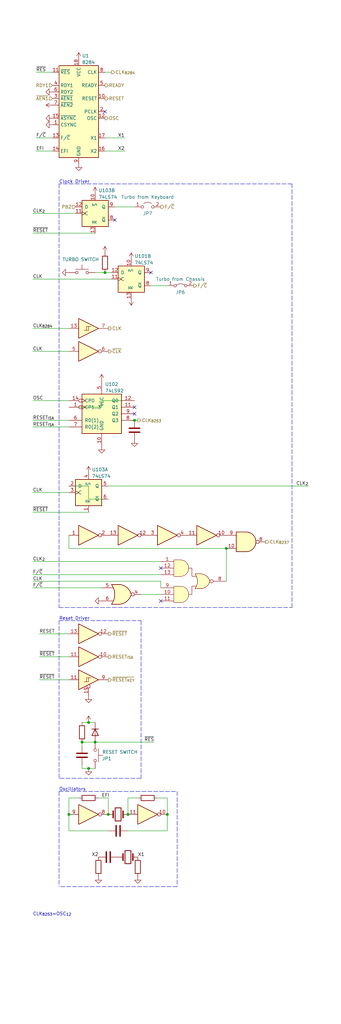
<source format=kicad_sch>
(kicad_sch (version 20211123) (generator eeschema)
  (paper "User" 132.004 396.011)
  (title_block (title "8284 Clock Generator"))
  (lib_symbols
    (symbol "74xx:74LS00" (pin_names (offset 1.016))
      (property "Reference" "U" (at 0 1.27 0))
      (property "Value" "74LS00" (at 0 -1.27 0))
      (symbol "74LS00_1_1"
        (arc (start 0 -3.81) (mid 3.81 0) (end 0 3.81) (stroke (width 0.254)) (fill (type background)))
        (polyline (pts (xy 0 3.81) (xy -3.81 3.81) (xy -3.81 -3.81) (xy 0 -3.81)) (stroke (width 0.254)) (fill (type background)))
        (pin input line (at -7.62 2.54 0) (length 3.81) (name "~") (number "1"))
        (pin input line (at -7.62 -2.54 0) (length 3.81) (name "~") (number "2"))
        (pin output inverted (at 7.62 0 180) (length 3.81) (name "~") (number "3"))
      )
      (symbol "74LS00_1_2"
        (arc (start -3.81 -3.81) (mid -2.589 0) (end -3.81 3.81) (stroke (width 0.254)))
        (arc (start -0.6096 -3.81) (mid 2.1842 -2.5851) (end 3.81 0) (stroke (width 0.254)) (fill (type background)))
        (polyline (pts (xy -3.81 -3.81) (xy -0.635 -3.81)) (stroke (width 0.254)) (fill (type background)))
        (polyline (pts (xy -3.81 3.81) (xy -0.635 3.81)) (stroke (width 0.254)) (fill (type background)))
        (polyline (pts (xy -0.635 3.81) (xy -3.81 3.81) (xy -3.81 3.81) (xy -3.556 3.4036) (xy -3.0226 2.2606) (xy -2.6924 1.0414) (xy -2.6162 -0.254) (xy -2.7686 -1.4986) (xy -3.175 -2.7178) (xy -3.81 -3.81) (xy -3.81 -3.81) (xy -0.635 -3.81)) (stroke (width -25.4)) (fill (type background)))
        (arc (start 3.81 0) (mid 2.1915 2.5936) (end -0.6096 3.81) (stroke (width 0.254)) (fill (type background)))
        (pin input inverted (at -7.62 2.54 0) (length 4.318) (name "~") (number "1"))
        (pin input inverted (at -7.62 -2.54 0) (length 4.318) (name "~") (number "2"))
        (pin output line (at 7.62 0 180) (length 3.81) (name "~") (number "3"))
      )
      (symbol "74LS00_2_1"
        (arc (start 0 -3.81) (mid 3.81 0) (end 0 3.81) (stroke (width 0.254)) (fill (type background)))
        (polyline (pts (xy 0 3.81) (xy -3.81 3.81) (xy -3.81 -3.81) (xy 0 -3.81)) (stroke (width 0.254)) (fill (type background)))
        (pin input line (at -7.62 2.54 0) (length 3.81) (name "~") (number "4"))
        (pin input line (at -7.62 -2.54 0) (length 3.81) (name "~") (number "5"))
        (pin output inverted (at 7.62 0 180) (length 3.81) (name "~") (number "6"))
      )
      (symbol "74LS00_2_2"
        (arc (start -3.81 -3.81) (mid -2.589 0) (end -3.81 3.81) (stroke (width 0.254)))
        (arc (start -0.6096 -3.81) (mid 2.1842 -2.5851) (end 3.81 0) (stroke (width 0.254)) (fill (type background)))
        (polyline (pts (xy -3.81 -3.81) (xy -0.635 -3.81)) (stroke (width 0.254)) (fill (type background)))
        (polyline (pts (xy -3.81 3.81) (xy -0.635 3.81)) (stroke (width 0.254)) (fill (type background)))
        (polyline (pts (xy -0.635 3.81) (xy -3.81 3.81) (xy -3.81 3.81) (xy -3.556 3.4036) (xy -3.0226 2.2606) (xy -2.6924 1.0414) (xy -2.6162 -0.254) (xy -2.7686 -1.4986) (xy -3.175 -2.7178) (xy -3.81 -3.81) (xy -3.81 -3.81) (xy -0.635 -3.81)) (stroke (width -25.4)) (fill (type background)))
        (arc (start 3.81 0) (mid 2.1915 2.5936) (end -0.6096 3.81) (stroke (width 0.254)) (fill (type background)))
        (pin input inverted (at -7.62 2.54 0) (length 4.318) (name "~") (number "4"))
        (pin input inverted (at -7.62 -2.54 0) (length 4.318) (name "~") (number "5"))
        (pin output line (at 7.62 0 180) (length 3.81) (name "~") (number "6"))
      )
      (symbol "74LS00_3_1"
        (arc (start 0 -3.81) (mid 3.81 0) (end 0 3.81) (stroke (width 0.254)) (fill (type background)))
        (polyline (pts (xy 0 3.81) (xy -3.81 3.81) (xy -3.81 -3.81) (xy 0 -3.81)) (stroke (width 0.254)) (fill (type background)))
        (pin input line (at -7.62 -2.54 0) (length 3.81) (name "~") (number "10"))
        (pin output inverted (at 7.62 0 180) (length 3.81) (name "~") (number "8"))
        (pin input line (at -7.62 2.54 0) (length 3.81) (name "~") (number "9"))
      )
      (symbol "74LS00_3_2"
        (arc (start -3.81 -3.81) (mid -2.589 0) (end -3.81 3.81) (stroke (width 0.254)))
        (arc (start -0.6096 -3.81) (mid 2.1842 -2.5851) (end 3.81 0) (stroke (width 0.254)) (fill (type background)))
        (polyline (pts (xy -3.81 -3.81) (xy -0.635 -3.81)) (stroke (width 0.254)) (fill (type background)))
        (polyline (pts (xy -3.81 3.81) (xy -0.635 3.81)) (stroke (width 0.254)) (fill (type background)))
        (polyline (pts (xy -0.635 3.81) (xy -3.81 3.81) (xy -3.81 3.81) (xy -3.556 3.4036) (xy -3.0226 2.2606) (xy -2.6924 1.0414) (xy -2.6162 -0.254) (xy -2.7686 -1.4986) (xy -3.175 -2.7178) (xy -3.81 -3.81) (xy -3.81 -3.81) (xy -0.635 -3.81)) (stroke (width -25.4)) (fill (type background)))
        (arc (start 3.81 0) (mid 2.1915 2.5936) (end -0.6096 3.81) (stroke (width 0.254)) (fill (type background)))
        (pin input inverted (at -7.62 -2.54 0) (length 4.318) (name "~") (number "10"))
        (pin output line (at 7.62 0 180) (length 3.81) (name "~") (number "8"))
        (pin input inverted (at -7.62 2.54 0) (length 4.318) (name "~") (number "9"))
      )
      (symbol "74LS00_4_1"
        (arc (start 0 -3.81) (mid 3.81 0) (end 0 3.81) (stroke (width 0.254)) (fill (type background)))
        (polyline (pts (xy 0 3.81) (xy -3.81 3.81) (xy -3.81 -3.81) (xy 0 -3.81)) (stroke (width 0.254)) (fill (type background)))
        (pin output inverted (at 7.62 0 180) (length 3.81) (name "~") (number "11"))
        (pin input line (at -7.62 2.54 0) (length 3.81) (name "~") (number "12"))
        (pin input line (at -7.62 -2.54 0) (length 3.81) (name "~") (number "13"))
      )
      (symbol "74LS00_4_2"
        (arc (start -3.81 -3.81) (mid -2.589 0) (end -3.81 3.81) (stroke (width 0.254)))
        (arc (start -0.6096 -3.81) (mid 2.1842 -2.5851) (end 3.81 0) (stroke (width 0.254)) (fill (type background)))
        (polyline (pts (xy -3.81 -3.81) (xy -0.635 -3.81)) (stroke (width 0.254)) (fill (type background)))
        (polyline (pts (xy -3.81 3.81) (xy -0.635 3.81)) (stroke (width 0.254)) (fill (type background)))
        (polyline (pts (xy -0.635 3.81) (xy -3.81 3.81) (xy -3.81 3.81) (xy -3.556 3.4036) (xy -3.0226 2.2606) (xy -2.6924 1.0414) (xy -2.6162 -0.254) (xy -2.7686 -1.4986) (xy -3.175 -2.7178) (xy -3.81 -3.81) (xy -3.81 -3.81) (xy -0.635 -3.81)) (stroke (width -25.4)) (fill (type background)))
        (arc (start 3.81 0) (mid 2.1915 2.5936) (end -0.6096 3.81) (stroke (width 0.254)) (fill (type background)))
        (pin output line (at 7.62 0 180) (length 3.81) (name "~") (number "11"))
        (pin input inverted (at -7.62 2.54 0) (length 4.318) (name "~") (number "12"))
        (pin input inverted (at -7.62 -2.54 0) (length 4.318) (name "~") (number "13"))
      )
      (symbol "74LS00_5_0"
        (pin power_in line (at 0 12.7 270) (length 5.08) (name "VCC") (number "14"))
        (pin power_in line (at 0 -12.7 90) (length 5.08) (name "GND") (number "7"))
      )
      (symbol "74LS00_5_1"
        (rectangle (start -5.08 7.62) (end 5.08 -7.62) (stroke (width 0.254)) (fill (type background)))
      )
    )
    (symbol "74xx:74LS02" (pin_names (offset 1.016))
      (property "Reference" "U" (at 0 1.27 0))
      (property "Value" "74LS02" (at 0 -1.27 0))
      (symbol "74LS02_1_1"
        (arc (start -3.81 -3.81) (mid -2.589 0) (end -3.81 3.81) (stroke (width 0.254)))
        (arc (start -0.6096 -3.81) (mid 2.1842 -2.5851) (end 3.81 0) (stroke (width 0.254)) (fill (type background)))
        (polyline (pts (xy -3.81 -3.81) (xy -0.635 -3.81)) (stroke (width 0.254)) (fill (type background)))
        (polyline (pts (xy -3.81 3.81) (xy -0.635 3.81)) (stroke (width 0.254)) (fill (type background)))
        (polyline (pts (xy -0.635 3.81) (xy -3.81 3.81) (xy -3.81 3.81) (xy -3.556 3.4036) (xy -3.0226 2.2606) (xy -2.6924 1.0414) (xy -2.6162 -0.254) (xy -2.7686 -1.4986) (xy -3.175 -2.7178) (xy -3.81 -3.81) (xy -3.81 -3.81) (xy -0.635 -3.81)) (stroke (width -25.4)) (fill (type background)))
        (arc (start 3.81 0) (mid 2.1915 2.5936) (end -0.6096 3.81) (stroke (width 0.254)) (fill (type background)))
        (pin output inverted (at 7.62 0 180) (length 3.81) (name "~") (number "1"))
        (pin input line (at -7.62 2.54 0) (length 4.318) (name "~") (number "2"))
        (pin input line (at -7.62 -2.54 0) (length 4.318) (name "~") (number "3"))
      )
      (symbol "74LS02_1_2"
        (arc (start 0 -3.81) (mid 3.81 0) (end 0 3.81) (stroke (width 0.254)) (fill (type background)))
        (polyline (pts (xy 0 3.81) (xy -3.81 3.81) (xy -3.81 -3.81) (xy 0 -3.81)) (stroke (width 0.254)) (fill (type background)))
        (pin output line (at 7.62 0 180) (length 3.81) (name "~") (number "1"))
        (pin input inverted (at -7.62 2.54 0) (length 3.81) (name "~") (number "2"))
        (pin input inverted (at -7.62 -2.54 0) (length 3.81) (name "~") (number "3"))
      )
      (symbol "74LS02_2_1"
        (arc (start -3.81 -3.81) (mid -2.589 0) (end -3.81 3.81) (stroke (width 0.254)))
        (arc (start -0.6096 -3.81) (mid 2.1842 -2.5851) (end 3.81 0) (stroke (width 0.254)) (fill (type background)))
        (polyline (pts (xy -3.81 -3.81) (xy -0.635 -3.81)) (stroke (width 0.254)) (fill (type background)))
        (polyline (pts (xy -3.81 3.81) (xy -0.635 3.81)) (stroke (width 0.254)) (fill (type background)))
        (polyline (pts (xy -0.635 3.81) (xy -3.81 3.81) (xy -3.81 3.81) (xy -3.556 3.4036) (xy -3.0226 2.2606) (xy -2.6924 1.0414) (xy -2.6162 -0.254) (xy -2.7686 -1.4986) (xy -3.175 -2.7178) (xy -3.81 -3.81) (xy -3.81 -3.81) (xy -0.635 -3.81)) (stroke (width -25.4)) (fill (type background)))
        (arc (start 3.81 0) (mid 2.1915 2.5936) (end -0.6096 3.81) (stroke (width 0.254)) (fill (type background)))
        (pin output inverted (at 7.62 0 180) (length 3.81) (name "~") (number "4"))
        (pin input line (at -7.62 2.54 0) (length 4.318) (name "~") (number "5"))
        (pin input line (at -7.62 -2.54 0) (length 4.318) (name "~") (number "6"))
      )
      (symbol "74LS02_2_2"
        (arc (start 0 -3.81) (mid 3.81 0) (end 0 3.81) (stroke (width 0.254)) (fill (type background)))
        (polyline (pts (xy 0 3.81) (xy -3.81 3.81) (xy -3.81 -3.81) (xy 0 -3.81)) (stroke (width 0.254)) (fill (type background)))
        (pin output line (at 7.62 0 180) (length 3.81) (name "~") (number "4"))
        (pin input inverted (at -7.62 2.54 0) (length 3.81) (name "~") (number "5"))
        (pin input inverted (at -7.62 -2.54 0) (length 3.81) (name "~") (number "6"))
      )
      (symbol "74LS02_3_1"
        (arc (start -3.81 -3.81) (mid -2.589 0) (end -3.81 3.81) (stroke (width 0.254)))
        (arc (start -0.6096 -3.81) (mid 2.1842 -2.5851) (end 3.81 0) (stroke (width 0.254)) (fill (type background)))
        (polyline (pts (xy -3.81 -3.81) (xy -0.635 -3.81)) (stroke (width 0.254)) (fill (type background)))
        (polyline (pts (xy -3.81 3.81) (xy -0.635 3.81)) (stroke (width 0.254)) (fill (type background)))
        (polyline (pts (xy -0.635 3.81) (xy -3.81 3.81) (xy -3.81 3.81) (xy -3.556 3.4036) (xy -3.0226 2.2606) (xy -2.6924 1.0414) (xy -2.6162 -0.254) (xy -2.7686 -1.4986) (xy -3.175 -2.7178) (xy -3.81 -3.81) (xy -3.81 -3.81) (xy -0.635 -3.81)) (stroke (width -25.4)) (fill (type background)))
        (arc (start 3.81 0) (mid 2.1915 2.5936) (end -0.6096 3.81) (stroke (width 0.254)) (fill (type background)))
        (pin output inverted (at 7.62 0 180) (length 3.81) (name "~") (number "10"))
        (pin input line (at -7.62 2.54 0) (length 4.318) (name "~") (number "8"))
        (pin input line (at -7.62 -2.54 0) (length 4.318) (name "~") (number "9"))
      )
      (symbol "74LS02_3_2"
        (arc (start 0 -3.81) (mid 3.81 0) (end 0 3.81) (stroke (width 0.254)) (fill (type background)))
        (polyline (pts (xy 0 3.81) (xy -3.81 3.81) (xy -3.81 -3.81) (xy 0 -3.81)) (stroke (width 0.254)) (fill (type background)))
        (pin output line (at 7.62 0 180) (length 3.81) (name "~") (number "10"))
        (pin input inverted (at -7.62 2.54 0) (length 3.81) (name "~") (number "8"))
        (pin input inverted (at -7.62 -2.54 0) (length 3.81) (name "~") (number "9"))
      )
      (symbol "74LS02_4_1"
        (arc (start -3.81 -3.81) (mid -2.589 0) (end -3.81 3.81) (stroke (width 0.254)))
        (arc (start -0.6096 -3.81) (mid 2.1842 -2.5851) (end 3.81 0) (stroke (width 0.254)) (fill (type background)))
        (polyline (pts (xy -3.81 -3.81) (xy -0.635 -3.81)) (stroke (width 0.254)) (fill (type background)))
        (polyline (pts (xy -3.81 3.81) (xy -0.635 3.81)) (stroke (width 0.254)) (fill (type background)))
        (polyline (pts (xy -0.635 3.81) (xy -3.81 3.81) (xy -3.81 3.81) (xy -3.556 3.4036) (xy -3.0226 2.2606) (xy -2.6924 1.0414) (xy -2.6162 -0.254) (xy -2.7686 -1.4986) (xy -3.175 -2.7178) (xy -3.81 -3.81) (xy -3.81 -3.81) (xy -0.635 -3.81)) (stroke (width -25.4)) (fill (type background)))
        (arc (start 3.81 0) (mid 2.1915 2.5936) (end -0.6096 3.81) (stroke (width 0.254)) (fill (type background)))
        (pin input line (at -7.62 2.54 0) (length 4.318) (name "~") (number "11"))
        (pin input line (at -7.62 -2.54 0) (length 4.318) (name "~") (number "12"))
        (pin output inverted (at 7.62 0 180) (length 3.81) (name "~") (number "13"))
      )
      (symbol "74LS02_4_2"
        (arc (start 0 -3.81) (mid 3.81 0) (end 0 3.81) (stroke (width 0.254)) (fill (type background)))
        (polyline (pts (xy 0 3.81) (xy -3.81 3.81) (xy -3.81 -3.81) (xy 0 -3.81)) (stroke (width 0.254)) (fill (type background)))
        (pin input inverted (at -7.62 2.54 0) (length 3.81) (name "~") (number "11"))
        (pin input inverted (at -7.62 -2.54 0) (length 3.81) (name "~") (number "12"))
        (pin output line (at 7.62 0 180) (length 3.81) (name "~") (number "13"))
      )
      (symbol "74LS02_5_0"
        (pin power_in line (at 0 12.7 270) (length 5.08) (name "VCC") (number "14"))
        (pin power_in line (at 0 -12.7 90) (length 5.08) (name "GND") (number "7"))
      )
      (symbol "74LS02_5_1"
        (rectangle (start -5.08 7.62) (end 5.08 -7.62) (stroke (width 0.254)) (fill (type background)))
      )
    )
    (symbol "74xx:74LS04"
      (property "Reference" "U" (at 0 1.27 0))
      (property "Value" "74LS04" (at 0 -1.27 0))
      (symbol "74LS04_1_0"
        (polyline (pts (xy -3.81 3.81) (xy -3.81 -3.81) (xy 3.81 0) (xy -3.81 3.81)) (stroke (width 0.254)) (fill (type background)))
        (pin input line (at -7.62 0 0) (length 3.81) (name "~") (number "1"))
        (pin output inverted (at 7.62 0 180) (length 3.81) (name "~") (number "2"))
      )
      (symbol "74LS04_2_0"
        (polyline (pts (xy -3.81 3.81) (xy -3.81 -3.81) (xy 3.81 0) (xy -3.81 3.81)) (stroke (width 0.254)) (fill (type background)))
        (pin input line (at -7.62 0 0) (length 3.81) (name "~") (number "3"))
        (pin output inverted (at 7.62 0 180) (length 3.81) (name "~") (number "4"))
      )
      (symbol "74LS04_3_0"
        (polyline (pts (xy -3.81 3.81) (xy -3.81 -3.81) (xy 3.81 0) (xy -3.81 3.81)) (stroke (width 0.254)) (fill (type background)))
        (pin input line (at -7.62 0 0) (length 3.81) (name "~") (number "5"))
        (pin output inverted (at 7.62 0 180) (length 3.81) (name "~") (number "6"))
      )
      (symbol "74LS04_4_0"
        (polyline (pts (xy -3.81 3.81) (xy -3.81 -3.81) (xy 3.81 0) (xy -3.81 3.81)) (stroke (width 0.254)) (fill (type background)))
        (pin output inverted (at 7.62 0 180) (length 3.81) (name "~") (number "8"))
        (pin input line (at -7.62 0 0) (length 3.81) (name "~") (number "9"))
      )
      (symbol "74LS04_5_0"
        (polyline (pts (xy -3.81 3.81) (xy -3.81 -3.81) (xy 3.81 0) (xy -3.81 3.81)) (stroke (width 0.254)) (fill (type background)))
        (pin output inverted (at 7.62 0 180) (length 3.81) (name "~") (number "10"))
        (pin input line (at -7.62 0 0) (length 3.81) (name "~") (number "11"))
      )
      (symbol "74LS04_6_0"
        (polyline (pts (xy -3.81 3.81) (xy -3.81 -3.81) (xy 3.81 0) (xy -3.81 3.81)) (stroke (width 0.254)) (fill (type background)))
        (pin output inverted (at 7.62 0 180) (length 3.81) (name "~") (number "12"))
        (pin input line (at -7.62 0 0) (length 3.81) (name "~") (number "13"))
      )
      (symbol "74LS04_7_0"
        (pin power_in line (at 0 12.7 270) (length 5.08) (name "VCC") (number "14"))
        (pin power_in line (at 0 -12.7 90) (length 5.08) (name "GND") (number "7"))
      )
      (symbol "74LS04_7_1"
        (rectangle (start -5.08 7.62) (end 5.08 -7.62) (stroke (width 0.254)) (fill (type background)))
      )
    )
    (symbol "74xx:74LS244_Split"
      (property "Reference" "U" (at 0 1.27 0))
      (property "Value" "74LS244_Split" (at 0 -1.27 0))
      (symbol "74LS244_Split_1_0"
        (polyline (pts (xy -3.81 3.81) (xy -3.81 -3.81) (xy 3.81 0) (xy -3.81 3.81)) (stroke (width 0.254)) (fill (type background)))
        (pin input inverted (at 0 -6.35 90) (length 4.445) (name "~") (number "1"))
        (pin tri_state line (at 7.62 0 180) (length 3.81) (name "~") (number "18"))
        (pin input line (at -7.62 0 0) (length 3.81) (name "~") (number "2"))
      )
      (symbol "74LS244_Split_1_1"
        (polyline (pts (xy 0 0.762) (xy 0 -0.762) (xy -1.778 -0.762)))
        (polyline (pts (xy 1.016 0.762) (xy -0.762 0.762) (xy -0.762 -0.762)))
      )
      (symbol "74LS244_Split_2_0"
        (polyline (pts (xy -3.81 3.81) (xy -3.81 -3.81) (xy 3.81 0) (xy -3.81 3.81)) (stroke (width 0.254)) (fill (type background)))
        (pin tri_state line (at 7.62 0 180) (length 3.81) (name "~") (number "16"))
        (pin input line (at -7.62 0 0) (length 3.81) (name "~") (number "4"))
      )
      (symbol "74LS244_Split_2_1"
        (polyline (pts (xy 0 0.762) (xy 0 -0.762) (xy -1.778 -0.762)))
        (polyline (pts (xy 1.016 0.762) (xy -0.762 0.762) (xy -0.762 -0.762)))
      )
      (symbol "74LS244_Split_3_0"
        (polyline (pts (xy -3.81 3.81) (xy -3.81 -3.81) (xy 3.81 0) (xy -3.81 3.81)) (stroke (width 0.254)) (fill (type background)))
        (pin tri_state line (at 7.62 0 180) (length 3.81) (name "~") (number "14"))
        (pin input line (at -7.62 0 0) (length 3.81) (name "~") (number "6"))
      )
      (symbol "74LS244_Split_3_1"
        (polyline (pts (xy 0 0.762) (xy 0 -0.762) (xy -1.778 -0.762)))
        (polyline (pts (xy 1.016 0.762) (xy -0.762 0.762) (xy -0.762 -0.762)))
      )
      (symbol "74LS244_Split_4_0"
        (polyline (pts (xy -3.81 3.81) (xy -3.81 -3.81) (xy 3.81 0) (xy -3.81 3.81)) (stroke (width 0.254)) (fill (type background)))
        (pin tri_state line (at 7.62 0 180) (length 3.81) (name "~") (number "12"))
        (pin input line (at -7.62 0 0) (length 3.81) (name "~") (number "8"))
      )
      (symbol "74LS244_Split_4_1"
        (polyline (pts (xy 0 0.762) (xy 0 -0.762) (xy -1.778 -0.762)))
        (polyline (pts (xy 1.016 0.762) (xy -0.762 0.762) (xy -0.762 -0.762)))
      )
      (symbol "74LS244_Split_5_0"
        (polyline (pts (xy -3.81 3.81) (xy -3.81 -3.81) (xy 3.81 0) (xy -3.81 3.81)) (stroke (width 0.254)) (fill (type background)))
        (pin input line (at -7.62 0 0) (length 3.81) (name "~") (number "11"))
        (pin input inverted (at 0 -6.35 90) (length 4.445) (name "~") (number "19"))
        (pin tri_state line (at 7.62 0 180) (length 3.81) (name "~") (number "9"))
      )
      (symbol "74LS244_Split_5_1"
        (polyline (pts (xy 0 0.762) (xy 0 -0.762) (xy -1.778 -0.762)))
        (polyline (pts (xy 1.016 0.762) (xy -0.762 0.762) (xy -0.762 -0.762)))
      )
      (symbol "74LS244_Split_6_0"
        (polyline (pts (xy -3.81 3.81) (xy -3.81 -3.81) (xy 3.81 0) (xy -3.81 3.81)) (stroke (width 0.254)) (fill (type background)))
        (pin input line (at -7.62 0 0) (length 3.81) (name "~") (number "13"))
        (pin tri_state line (at 7.62 0 180) (length 3.81) (name "~") (number "7"))
      )
      (symbol "74LS244_Split_6_1"
        (polyline (pts (xy 0 0.762) (xy 0 -0.762) (xy -1.778 -0.762)))
        (polyline (pts (xy 1.016 0.762) (xy -0.762 0.762) (xy -0.762 -0.762)))
      )
      (symbol "74LS244_Split_7_0"
        (polyline (pts (xy -3.81 3.81) (xy -3.81 -3.81) (xy 3.81 0) (xy -3.81 3.81)) (stroke (width 0.254)) (fill (type background)))
        (pin input line (at -7.62 0 0) (length 3.81) (name "~") (number "15"))
        (pin tri_state line (at 7.62 0 180) (length 3.81) (name "~") (number "5"))
      )
      (symbol "74LS244_Split_7_1"
        (polyline (pts (xy 0 0.762) (xy 0 -0.762) (xy -1.778 -0.762)))
        (polyline (pts (xy 1.016 0.762) (xy -0.762 0.762) (xy -0.762 -0.762)))
      )
      (symbol "74LS244_Split_8_0"
        (polyline (pts (xy -3.81 3.81) (xy -3.81 -3.81) (xy 3.81 0) (xy -3.81 3.81)) (stroke (width 0.254)) (fill (type background)))
        (pin input line (at -7.62 0 0) (length 3.81) (name "~") (number "17"))
        (pin tri_state line (at 7.62 0 180) (length 3.81) (name "~") (number "3"))
      )
      (symbol "74LS244_Split_8_1"
        (polyline (pts (xy 0 0.762) (xy 0 -0.762) (xy -1.778 -0.762)))
        (polyline (pts (xy 1.016 0.762) (xy -0.762 0.762) (xy -0.762 -0.762)))
      )
      (symbol "74LS244_Split_9_0"
        (pin power_in line (at 0 -12.7 90) (length 5.08) (name "GND") (number "10"))
        (pin power_in line (at 0 12.7 270) (length 5.08) (name "VCC") (number "20"))
      )
      (symbol "74LS244_Split_9_1"
        (rectangle (start -5.08 7.62) (end 5.08 -7.62) (stroke (width 0.254)) (fill (type background)))
      )
    )
    (symbol "74xx:74LS51" (pin_names (offset 1.016))
      (property "Reference" "U" (at -7.62 10.16 0))
      (property "Value" "74LS51" (at -7.62 -10.16 0))
      (symbol "74LS51_1_0"
        (arc (start -5.08 -8.255) (mid -1.905 -5.08) (end -5.08 -1.905) (fill (type background)))
        (arc (start -5.08 1.905) (mid -1.905 5.08) (end -5.08 8.255) (fill (type background)))
        (polyline (pts (xy -5.08 -1.905) (xy -7.62 -1.905) (xy -7.62 -8.255) (xy -5.08 -8.255)) (fill (type background)))
        (polyline (pts (xy -5.08 1.905) (xy -7.62 1.905) (xy -7.62 8.255) (xy -5.08 8.255)) (fill (type background)))
        (polyline (pts (xy -1.905 -5.08) (xy -0.635 -5.08) (xy -0.635 -1.905) (xy 1.016 -1.905)))
        (polyline (pts (xy -1.905 5.08) (xy -0.635 5.08) (xy -0.635 1.905) (xy 1.016 1.905)))
        (polyline (pts (xy 2.9718 2.8702) (xy 0.5842 2.8702) (xy 0.5842 2.8448) (xy 0.635 2.7432) (xy 0.7112 2.6416) (xy 0.762 2.54) (xy 0.8382 2.4384) (xy 0.889 2.3114) (xy 0.9652 2.2098) (xy 1.016 2.0828) (xy 1.0668 1.9812) (xy 1.1176 1.8542) (xy 1.1684 1.7526) (xy 1.2192 1.6256) (xy 1.2446 1.4986) (xy 1.2954 1.3716) (xy 1.3208 1.27) (xy 1.3462 1.143) (xy 1.3716 1.016) (xy 1.397 0.889) (xy 1.4224 0.762) (xy 1.4478 0.635) (xy 1.4478 0.508) (xy 1.4732 0.381) (xy 1.4732 0.254) (xy 1.4732 0.127) (xy 1.4732 0) (xy 1.4732 -0.127) (xy 1.4732 -0.254) (xy 1.4732 -0.381) (xy 1.4732 -0.508) (xy 1.4478 -0.635) (xy 1.4224 -0.762) (xy 1.397 -0.889) (xy 1.397 -1.016) (xy 1.3462 -1.143) (xy 1.3208 -1.2446) (xy 1.2954 -1.3716) (xy 1.2446 -1.4986) (xy 1.2192 -1.6256) (xy 1.1684 -1.7272) (xy 1.1176 -1.8542) (xy 1.0668 -1.9812) (xy 1.016 -2.0828) (xy 0.9652 -2.2098) (xy 0.9144 -2.3114) (xy 0.8636 -2.4384) (xy 0.7874 -2.54) (xy 0.7112 -2.6416) (xy 0.6604 -2.7432) (xy 0.5842 -2.8448) (xy 0.5842 -2.8448) (xy 2.9718 -2.8448)) (stroke (width 0.1778)) (fill (type background)))
        (arc (start 2.9718 -2.8448) (mid 5.0811 -1.9407) (end 6.2992 0) (stroke (width 0.1778)) (fill (type background)))
        (arc (start 6.2992 0) (mid 5.0781 1.9435) (end 2.9718 2.8702) (stroke (width 0.1778)) (fill (type background)))
        (circle (center 6.985 0) (radius 0.635))
        (pin input line (at -12.7 7.62 0) (length 5.08) (name "~") (number "1"))
        (pin input line (at -12.7 -5.08 0) (length 5.08) (name "~") (number "10"))
        (pin input line (at -12.7 -7.62 0) (length 5.08) (name "~") (number "11"))
        (pin input line (at -12.7 5.08 0) (length 5.08) (name "~") (number "12"))
        (pin input line (at -12.7 2.54 0) (length 5.08) (name "~") (number "13"))
        (pin output line (at 12.7 0 180) (length 5.08) (name "~") (number "8"))
        (pin input line (at -12.7 -2.54 0) (length 5.08) (name "~") (number "9"))
      )
      (symbol "74LS51_2_0"
        (arc (start -5.08 -8.255) (mid -1.905 -5.08) (end -5.08 -1.905) (fill (type background)))
        (arc (start -5.08 1.905) (mid -1.905 5.08) (end -5.08 8.255) (fill (type background)))
        (polyline (pts (xy -5.08 -1.905) (xy -7.62 -1.905) (xy -7.62 -8.255) (xy -5.08 -8.255)) (fill (type background)))
        (polyline (pts (xy -5.08 1.905) (xy -7.62 1.905) (xy -7.62 8.255) (xy -5.08 8.255)) (fill (type background)))
        (polyline (pts (xy -1.905 -5.08) (xy -0.635 -5.08) (xy -0.635 -1.905) (xy 1.016 -1.905)))
        (polyline (pts (xy -1.905 5.08) (xy -0.635 5.08) (xy -0.635 1.905) (xy 1.016 1.905)))
        (polyline (pts (xy 2.9718 2.8702) (xy 0.5842 2.8702) (xy 0.5842 2.8448) (xy 0.635 2.7432) (xy 0.7112 2.6416) (xy 0.762 2.54) (xy 0.8382 2.4384) (xy 0.889 2.3114) (xy 0.9652 2.2098) (xy 1.016 2.0828) (xy 1.0668 1.9812) (xy 1.1176 1.8542) (xy 1.1684 1.7526) (xy 1.2192 1.6256) (xy 1.2446 1.4986) (xy 1.2954 1.3716) (xy 1.3208 1.27) (xy 1.3462 1.143) (xy 1.3716 1.016) (xy 1.397 0.889) (xy 1.4224 0.762) (xy 1.4478 0.635) (xy 1.4478 0.508) (xy 1.4732 0.381) (xy 1.4732 0.254) (xy 1.4732 0.127) (xy 1.4732 0) (xy 1.4732 -0.127) (xy 1.4732 -0.254) (xy 1.4732 -0.381) (xy 1.4732 -0.508) (xy 1.4478 -0.635) (xy 1.4224 -0.762) (xy 1.397 -0.889) (xy 1.397 -1.016) (xy 1.3462 -1.143) (xy 1.3208 -1.2446) (xy 1.2954 -1.3716) (xy 1.2446 -1.4986) (xy 1.2192 -1.6256) (xy 1.1684 -1.7272) (xy 1.1176 -1.8542) (xy 1.0668 -1.9812) (xy 1.016 -2.0828) (xy 0.9652 -2.2098) (xy 0.9144 -2.3114) (xy 0.8636 -2.4384) (xy 0.7874 -2.54) (xy 0.7112 -2.6416) (xy 0.6604 -2.7432) (xy 0.5842 -2.8448) (xy 0.5842 -2.8448) (xy 2.9718 -2.8448)) (stroke (width 0.1778)) (fill (type background)))
        (arc (start 2.9718 -2.8448) (mid 5.0811 -1.9407) (end 6.2992 0) (stroke (width 0.1778)) (fill (type background)))
        (arc (start 6.2992 0) (mid 5.0781 1.9435) (end 2.9718 2.8702) (stroke (width 0.1778)) (fill (type background)))
        (circle (center 6.985 0) (radius 0.635))
        (pin input line (at -12.7 7.62 0) (length 5.08) (name "~") (number "2"))
        (pin input line (at -12.7 2.54 0) (length 5.08) (name "~") (number "3"))
        (pin input line (at -12.7 -2.54 0) (length 5.08) (name "~") (number "4"))
        (pin input line (at -12.7 -7.62 0) (length 5.08) (name "~") (number "5"))
        (pin output line (at 12.7 0 180) (length 5.08) (name "~") (number "6"))
      )
      (symbol "74LS51_3_0"
        (pin power_in line (at 0 12.7 270) (length 5.08) (name "VCC") (number "14"))
        (pin power_in line (at 0 -12.7 90) (length 5.08) (name "GND") (number "7"))
      )
      (symbol "74LS51_3_1"
        (rectangle (start -5.08 7.62) (end 5.08 -7.62) (stroke (width 0.254)) (fill (type background)))
      )
    )
    (symbol "74xx:74LS74" (pin_names (offset 1.016))
      (property "Reference" "U" (at -7.62 8.89 0))
      (property "Value" "74LS74" (at -7.62 -8.89 0))
      (symbol "74LS74_1_0"
        (pin input line (at 0 -7.62 90) (length 2.54) (name "~{R}") (number "1"))
        (pin input line (at -7.62 2.54 0) (length 2.54) (name "D") (number "2"))
        (pin input clock (at -7.62 0 0) (length 2.54) (name "C") (number "3"))
        (pin input line (at 0 7.62 270) (length 2.54) (name "~{S}") (number "4"))
        (pin output line (at 7.62 2.54 180) (length 2.54) (name "Q") (number "5"))
        (pin output line (at 7.62 -2.54 180) (length 2.54) (name "~{Q}") (number "6"))
      )
      (symbol "74LS74_1_1"
        (rectangle (start -5.08 5.08) (end 5.08 -5.08) (stroke (width 0.254)) (fill (type background)))
      )
      (symbol "74LS74_2_0"
        (pin input line (at 0 7.62 270) (length 2.54) (name "~{S}") (number "10"))
        (pin input clock (at -7.62 0 0) (length 2.54) (name "C") (number "11"))
        (pin input line (at -7.62 2.54 0) (length 2.54) (name "D") (number "12"))
        (pin input line (at 0 -7.62 90) (length 2.54) (name "~{R}") (number "13"))
        (pin output line (at 7.62 -2.54 180) (length 2.54) (name "~{Q}") (number "8"))
        (pin output line (at 7.62 2.54 180) (length 2.54) (name "Q") (number "9"))
      )
      (symbol "74LS74_2_1"
        (rectangle (start -5.08 5.08) (end 5.08 -5.08) (stroke (width 0.254)) (fill (type background)))
      )
      (symbol "74LS74_3_0"
        (pin power_in line (at 0 10.16 270) (length 2.54) (name "VCC") (number "14"))
        (pin power_in line (at 0 -10.16 90) (length 2.54) (name "GND") (number "7"))
      )
      (symbol "74LS74_3_1"
        (rectangle (start -5.08 7.62) (end 5.08 -7.62) (stroke (width 0.254)) (fill (type background)))
      )
    )
    (symbol "74xx:74LS92" (pin_names (offset 1.016))
      (property "Reference" "U" (at -7.62 8.89 0))
      (property "Value" "74LS92" (at -7.62 -8.89 0))
      (symbol "74LS92_1_0"
        (pin input inverted_clock (at -12.7 2.54 0) (length 5.08) (name "CP1..3") (number "1"))
        (pin power_in line (at 0 -12.7 90) (length 5.08) (name "GND") (number "10"))
        (pin output line (at 12.7 2.54 180) (length 5.08) (name "Q1") (number "11"))
        (pin output line (at 12.7 5.08 180) (length 5.08) (name "Q0") (number "12"))
        (pin input inverted_clock (at -12.7 5.08 0) (length 5.08) (name "CP0") (number "14"))
        (pin power_in line (at 0 12.7 270) (length 5.08) (name "VCC") (number "5"))
        (pin input line (at -12.7 -2.54 0) (length 5.08) (name "R0(1)") (number "6"))
        (pin input line (at -12.7 -5.08 0) (length 5.08) (name "R0(2)") (number "7"))
        (pin output line (at 12.7 -2.54 180) (length 5.08) (name "Q3") (number "8"))
        (pin output line (at 12.7 0 180) (length 5.08) (name "Q2") (number "9"))
      )
      (symbol "74LS92_1_1"
        (rectangle (start -7.62 7.62) (end 7.62 -7.62) (stroke (width 0.254)) (fill (type background)))
      )
    )
    (symbol "Device:C" (pin_numbers hide) (pin_names (offset 0.254))
      (property "Reference" "C" (at 0.635 2.54 0))
      (property "Value" "C" (at 0.635 -2.54 0))
      (symbol "C_0_1"
        (polyline (pts (xy -2.032 -0.762) (xy 2.032 -0.762)) (stroke (width 0.508)))
        (polyline (pts (xy -2.032 0.762) (xy 2.032 0.762)) (stroke (width 0.508)))
      )
      (symbol "C_1_1"
        (pin passive line (at 0 3.81 270) (length 2.794) (name "~") (number "1"))
        (pin passive line (at 0 -3.81 90) (length 2.794) (name "~") (number "2"))
      )
    )
    (symbol "Device:Crystal" (pin_numbers hide) (pin_names (offset 1.016) hide)
      (property "Reference" "Y" (at 0 3.81 0))
      (property "Value" "Crystal" (at 0 -3.81 0))
      (symbol "Crystal_0_1"
        (rectangle (start -1.143 2.54) (end 1.143 -2.54) (stroke (width 0.3048)))
        (polyline (pts (xy -2.54 0) (xy -1.905 0)))
        (polyline (pts (xy -1.905 -1.27) (xy -1.905 1.27)) (stroke (width 0.508)))
        (polyline (pts (xy 1.905 -1.27) (xy 1.905 1.27)) (stroke (width 0.508)))
        (polyline (pts (xy 2.54 0) (xy 1.905 0)))
      )
      (symbol "Crystal_1_1"
        (pin passive line (at -3.81 0 0) (length 1.27) (name "1") (number "1"))
        (pin passive line (at 3.81 0 180) (length 1.27) (name "2") (number "2"))
      )
    )
    (symbol "Device:D" (pin_numbers hide) (pin_names (offset 1.016) hide)
      (property "Reference" "D" (at 0 2.54 0))
      (property "Value" "D" (at 0 -2.54 0))
      (symbol "D_0_1"
        (polyline (pts (xy -1.27 1.27) (xy -1.27 -1.27)) (stroke (width 0.254)))
        (polyline (pts (xy 1.27 0) (xy -1.27 0)))
        (polyline (pts (xy 1.27 1.27) (xy 1.27 -1.27) (xy -1.27 0) (xy 1.27 1.27)) (stroke (width 0.254)))
      )
      (symbol "D_1_1"
        (pin passive line (at -3.81 0 0) (length 2.54) (name "K") (number "1"))
        (pin passive line (at 3.81 0 180) (length 2.54) (name "A") (number "2"))
      )
    )
    (symbol "Device:R" (pin_numbers hide) (pin_names (offset 0))
      (property "Reference" "R" (at 2.032 0 90))
      (property "Value" "R" (at 0 0 90))
      (symbol "R_0_1"
        (rectangle (start -1.016 -2.54) (end 1.016 2.54) (stroke (width 0.254)))
      )
      (symbol "R_1_1"
        (pin passive line (at 0 3.81 270) (length 1.27) (name "~") (number "1"))
        (pin passive line (at 0 -3.81 90) (length 1.27) (name "~") (number "2"))
      )
    )
    (symbol "Jumper:Jumper_2_Bridged" (pin_names (offset 0) hide)
      (property "Reference" "JP" (at 0 1.905 0))
      (property "Value" "Jumper_2_Bridged" (at 0 -2.54 0))
      (symbol "Jumper_2_Bridged_0_0"
        (circle (center -2.032 0) (radius 0.508))
        (circle (center 2.032 0) (radius 0.508))
      )
      (symbol "Jumper_2_Bridged_0_1"
        (arc (start 1.524 0.254) (mid 0 0.762) (end -1.524 0.254))
      )
      (symbol "Jumper_2_Bridged_1_1"
        (pin passive line (at -5.08 0 0) (length 2.54) (name "A") (number "1"))
        (pin passive line (at 5.08 0 180) (length 2.54) (name "B") (number "2"))
      )
    )
    (symbol "Jumper:Jumper_2_Open" (pin_names (offset 0) hide)
      (property "Reference" "JP" (at 0 2.794 0))
      (property "Value" "Jumper_2_Open" (at 0 -2.286 0))
      (symbol "Jumper_2_Open_0_0"
        (circle (center -2.032 0) (radius 0.508))
        (circle (center 2.032 0) (radius 0.508))
      )
      (symbol "Jumper_2_Open_0_1"
        (arc (start 1.524 1.27) (mid 0 1.778) (end -1.524 1.27))
      )
      (symbol "Jumper_2_Open_1_1"
        (pin passive line (at -5.08 0 0) (length 2.54) (name "A") (number "1"))
        (pin passive line (at 5.08 0 180) (length 2.54) (name "B") (number "2"))
      )
    )
    (symbol "Switch:SW_Push" (pin_numbers hide) (pin_names (offset 1.016) hide)
      (property "Reference" "SW" (at 1.27 2.54 0))
      (property "Value" "SW_Push" (at 0 -1.524 0))
      (symbol "SW_Push_0_1"
        (circle (center -2.032 0) (radius 0.508))
        (polyline (pts (xy 0 1.27) (xy 0 3.048)))
        (polyline (pts (xy 2.54 1.27) (xy -2.54 1.27)))
        (circle (center 2.032 0) (radius 0.508))
        (pin passive line (at -5.08 0 0) (length 2.54) (name "1") (number "1"))
        (pin passive line (at 5.08 0 180) (length 2.54) (name "2") (number "2"))
      )
    )
    (symbol "Timer:8284"
      (property "Reference" "U" (at -3.81 19.05 0))
      (property "Value" "8284" (at 2.54 19.05 0))
      (symbol "8284_0_0"
        (rectangle (start -7.62 -17.78) (end 7.62 17.78) (stroke (width 0.254)) (fill (type background)))
      )
      (symbol "8284_1_1"
        (pin input line (at -10.16 -5.08 0) (length 2.54) (name "CSYNC") (number "1"))
        (pin output line (at 10.16 5.08 180) (length 2.54) (name "RESET") (number "10"))
        (pin input line (at -10.16 15.24 0) (length 2.54) (name "~{RES}") (number "11"))
        (pin output line (at 10.16 -2.54 180) (length 2.54) (name "OSC") (number "12"))
        (pin input line (at -10.16 -10.16 0) (length 2.54) (name "F/~{C}") (number "13"))
        (pin input line (at -10.16 -15.24 0) (length 2.54) (name "EFI") (number "14"))
        (pin input line (at -10.16 -2.54 0) (length 2.54) (name "~{ASYNC}") (number "15"))
        (pin output line (at 10.16 -15.24 180) (length 2.54) (name "X2") (number "16"))
        (pin input line (at 10.16 -10.16 180) (length 2.54) (name "X1") (number "17"))
        (pin power_in line (at 0 20.32 270) (length 2.54) (name "VCC") (number "18"))
        (pin output line (at 10.16 0 180) (length 2.54) (name "PCLK") (number "2"))
        (pin input line (at -10.16 5.08 0) (length 2.54) (name "~{AEN1}") (number "3"))
        (pin input line (at -10.16 10.16 0) (length 2.54) (name "RDY1") (number "4"))
        (pin output line (at 10.16 10.16 180) (length 2.54) (name "READY") (number "5"))
        (pin input line (at -10.16 7.62 0) (length 2.54) (name "RDY2") (number "6"))
        (pin input line (at -10.16 2.54 0) (length 2.54) (name "~{AEN2}") (number "7"))
        (pin output line (at 10.16 15.24 180) (length 2.54) (name "CLK") (number "8"))
        (pin power_in line (at 0 -20.32 90) (length 2.54) (name "GND") (number "9"))
      )
    )
    (symbol "power:GND" (power) (pin_names (offset 0))
      (property "Value" "GND" (at 0 -3.81 0))
      (symbol "GND_0_1"
        (polyline (pts (xy 0 0) (xy 0 -1.27) (xy 1.27 -1.27) (xy 0 -2.54) (xy -1.27 -1.27) (xy 0 -1.27)))
      )
      (symbol "GND_1_1"
        (pin power_in line (at 0 0 270) (length 0) hide (name "GND") (number "1"))
      )
    )
    (symbol "power:VCC" (power) (pin_names (offset 0))
      (property "Value" "VCC" (at 0 3.81 0))
      (symbol "VCC_0_1"
        (polyline (pts (xy -0.762 1.27) (xy 0 2.54)))
        (polyline (pts (xy 0 0) (xy 0 2.54)))
        (polyline (pts (xy 0 2.54) (xy 0.762 1.27)))
      )
      (symbol "VCC_1_1"
        (pin power_in line (at 0 0 90) (length 0) hide (name "VCC") (number "1"))
      )
    )
  )
  (junction (at 52.07 162.56))
  (junction (at 40.64 105.41))
  (junction (at 49.53 314.96))
  (junction (at 31.75 287.02))
  (junction (at 41.91 314.96))
  (junction (at 34.29 297.18))
  (junction (at 36.83 287.02))
  (junction (at 87.63 212.09))
  (junction (at 26.67 314.96))
  (junction (at 64.77 314.96))
  (junction (at 34.29 279.4))
  (no_connect (at 62.23 232.41))
  (no_connect (at 62.23 219.71))
  (no_connect (at 52.07 160.02))
  (no_connect (at 52.07 157.48))
  (no_connect (at 40.64 43.18))
  (no_connect (at 58.42 105.41))
  (no_connect (at 44.45 85.09))
  (wire (pts (xy 12.7 190.5) (xy 26.67 190.5)))
  (wire (pts (xy 34.29 187.96) (xy 34.29 193.04)))
  (wire (pts (xy 13.97 27.94) (xy 20.32 27.94)))
  (polyline (pts (xy 22.86 306.07) (xy 68.58 306.07)))
  (wire (pts (xy 12.7 90.17) (xy 36.83 90.17)))
  (wire (pts (xy 31.75 287.02) (xy 31.75 288.29)))
  (wire (pts (xy 31.75 279.4) (xy 34.29 279.4)))
  (wire (pts (xy 20.32 53.34) (xy 13.97 53.34)))
  (wire (pts (xy 36.83 105.41) (xy 40.64 105.41)))
  (wire (pts (xy 49.53 308.61) (xy 49.53 314.96)))
  (polyline (pts (xy 113.03 234.95) (xy 113.03 71.12)))
  (wire (pts (xy 26.67 187.96) (xy 34.29 187.96)))
  (wire (pts (xy 15.24 254) (xy 26.67 254)))
  (wire (pts (xy 12.7 127) (xy 26.67 127)))
  (wire (pts (xy 41.91 321.31) (xy 26.67 321.31)))
  (wire (pts (xy 13.97 58.42) (xy 20.32 58.42)))
  (polyline (pts (xy 68.58 306.07) (xy 68.58 342.9)))
  (wire (pts (xy 43.18 27.94) (xy 40.64 27.94)))
  (wire (pts (xy 39.37 157.48) (xy 26.67 157.48)))
  (wire (pts (xy 34.29 297.18) (xy 31.75 297.18)))
  (wire (pts (xy 38.1 308.61) (xy 41.91 308.61)))
  (polyline (pts (xy 113.03 71.12) (xy 22.86 71.12)))
  (wire (pts (xy 58.42 110.49) (xy 64.77 110.49)))
  (polyline (pts (xy 30.48 240.03) (xy 54.61 240.03)))
  (wire (pts (xy 49.53 321.31) (xy 64.77 321.31)))
  (polyline (pts (xy 22.86 73.66) (xy 22.86 234.95)))
  (wire (pts (xy 41.91 308.61) (xy 41.91 314.96)))
  (wire (pts (xy 62.23 224.79) (xy 62.23 227.33)))
  (wire (pts (xy 53.34 162.56) (xy 52.07 162.56)))
  (wire (pts (xy 30.48 308.61) (xy 26.67 308.61)))
  (wire (pts (xy 36.83 297.18) (xy 34.29 297.18)))
  (polyline (pts (xy 54.61 300.99) (xy 22.86 300.99)))
  (wire (pts (xy 31.75 297.18) (xy 31.75 295.91)))
  (wire (pts (xy 12.7 162.56) (xy 26.67 162.56)))
  (polyline (pts (xy 68.58 342.9) (xy 22.86 342.9)))
  (polyline (pts (xy 22.86 240.03) (xy 30.48 240.03)))
  (wire (pts (xy 64.77 321.31) (xy 64.77 314.96)))
  (wire (pts (xy 12.7 154.94) (xy 26.67 154.94)))
  (wire (pts (xy 26.67 135.89) (xy 12.7 135.89)))
  (polyline (pts (xy 22.86 306.07) (xy 22.86 342.9)))
  (polyline (pts (xy 22.86 234.95) (xy 113.03 234.95)))
  (wire (pts (xy 39.37 154.94) (xy 39.37 157.48)))
  (wire (pts (xy 52.07 80.01) (xy 44.45 80.01)))
  (wire (pts (xy 34.29 193.04) (xy 41.91 193.04)))
  (wire (pts (xy 87.63 212.09) (xy 87.63 224.79)))
  (polyline (pts (xy 54.61 240.03) (xy 54.61 300.99)))
  (wire (pts (xy 26.67 212.09) (xy 87.63 212.09)))
  (wire (pts (xy 12.7 224.79) (xy 62.23 224.79)))
  (wire (pts (xy 26.67 321.31) (xy 26.67 314.96)))
  (wire (pts (xy 12.7 222.25) (xy 62.23 222.25)))
  (wire (pts (xy 36.83 287.02) (xy 59.69 287.02)))
  (wire (pts (xy 31.75 287.02) (xy 36.83 287.02)))
  (wire (pts (xy 12.7 198.12) (xy 34.29 198.12)))
  (wire (pts (xy 12.7 82.55) (xy 29.21 82.55)))
  (wire (pts (xy 12.7 217.17) (xy 62.23 217.17)))
  (wire (pts (xy 26.67 207.01) (xy 26.67 212.09)))
  (wire (pts (xy 40.64 53.34) (xy 48.26 53.34)))
  (wire (pts (xy 34.29 279.4) (xy 36.83 279.4)))
  (wire (pts (xy 12.7 165.1) (xy 26.67 165.1)))
  (wire (pts (xy 64.77 308.61) (xy 60.96 308.61)))
  (wire (pts (xy 26.67 308.61) (xy 26.67 314.96)))
  (wire (pts (xy 15.24 245.11) (xy 26.67 245.11)))
  (polyline (pts (xy 22.86 71.12) (xy 22.86 73.66)))
  (wire (pts (xy 64.77 314.96) (xy 64.77 308.61)))
  (wire (pts (xy 15.24 262.89) (xy 26.67 262.89)))
  (wire (pts (xy 40.64 58.42) (xy 48.26 58.42)))
  (wire (pts (xy 53.34 308.61) (xy 49.53 308.61)))
  (wire (pts (xy 41.91 187.96) (xy 119.38 187.96)))
  (wire (pts (xy 52.07 154.94) (xy 39.37 154.94)))
  (wire (pts (xy 54.61 229.87) (xy 62.23 229.87)))
  (wire (pts (xy 12.7 227.33) (xy 39.37 227.33)))
  (polyline (pts (xy 22.86 300.99) (xy 22.86 240.03)))
  (wire (pts (xy 40.64 105.41) (xy 43.18 105.41)))
  (wire (pts (xy 12.7 107.95) (xy 43.18 107.95)))
  (text "Reset Driver" (at 22.86 240.03 0) (effects (font (size 1.27 1.27)) (justify left bottom)))
  (text "CLK_{8253}=OSC_{12}" (at 12.7 354.33 0) (effects (font (size 1.27 1.27)) (justify left bottom)))
  (text "Clock Driver" (at 22.86 71.12 0) (effects (font (size 1.27 1.27)) (justify left bottom)))
  (text "Oscillators" (at 22.86 306.07 0) (effects (font (size 1.27 1.27)) (justify left bottom)))
  (label "CLK" (at 12.7 190.5 0))
  (label "~{RES}" (at 59.69 287.02 180))
  (label "F{slash}~{C}" (at 12.7 227.33 0))
  (label "CLK_{8284}" (at 12.7 127 0))
  (label "X1" (at 53.34 331.47 0))
  (label "CLK" (at 12.7 107.95 0))
  (label "~{RESET}" (at 15.24 254 0))
  (label "CLK_{2}" (at 119.38 187.96 180))
  (label "CLK" (at 12.7 224.79 0))
  (label "EFI" (at 39.37 308.61 0))
  (label "RESET_{ISA}" (at 12.7 162.56 0))
  (label "~{RESET}" (at 15.24 262.89 0))
  (label "X2" (at 38.1 331.47 180))
  (label "X2" (at 48.26 58.42 180))
  (label "F{slash}~{C}" (at 12.7 222.25 0))
  (label "RESET" (at 15.24 245.11 0))
  (label "~{RESET}" (at 12.7 198.12 0))
  (label "OSC" (at 12.7 154.94 0))
  (label "CLK_{2}" (at 12.7 217.17 0))
  (label "~{RESET}" (at 12.7 90.17 0))
  (label "RESET_{ISA}" (at 12.7 165.1 0))
  (label "~{RES}" (at 13.97 27.94 0))
  (label "CLK_{2}" (at 12.7 82.55 0))
  (label "EFI" (at 13.97 58.42 0))
  (label "F{slash}~{C}" (at 13.97 53.34 0))
  (label "CLK" (at 12.7 135.89 0))
  (label "X1" (at 48.26 53.34 180))
  (hierarchical_label "~{RESET_{KEY}}" (shape output) (at 41.91 262.89 0))
  (hierarchical_label "~{AEN1}" (shape input) (at 20.32 38.1 180))
  (hierarchical_label "~{RESET}" (shape output) (at 41.91 245.11 0))
  (hierarchical_label "RESET_{ISA}" (shape output) (at 41.91 254 0))
  (hierarchical_label "CLK_{8284}" (shape output) (at 43.18 27.94 0))
  (hierarchical_label "RESET" (shape output) (at 40.64 38.1 0))
  (hierarchical_label "F{slash}~{C}" (shape output) (at 74.93 110.49 0))
  (hierarchical_label "PB2" (shape input) (at 29.21 80.01 180))
  (hierarchical_label "~{CLK}" (shape output) (at 41.91 135.89 0))
  (hierarchical_label "OSC" (shape output) (at 40.64 45.72 0))
  (hierarchical_label "CLK_{8253}" (shape output) (at 53.34 162.56 0) (effects (font italic)))
  (hierarchical_label "CLK_{8237}" (shape output) (at 102.87 209.55 0))
  (hierarchical_label "CLK" (shape output) (at 41.91 127 0))
  (hierarchical_label "READY" (shape output) (at 40.64 33.02 0))
  (hierarchical_label "F{slash}~{C}" (shape output) (at 62.23 80.01 0))
  (hierarchical_label "RDY1" (shape input) (at 20.32 33.02 180))
  (symbol (lib_id "power:GND") (at 39.37 232.41 270) (unit 1)
    (property "Reference" "#PWR0147" (effects hide))
    (property "Value" "GND" (effects hide))
  )
  (symbol (lib_id "Device:Crystal") (at 45.72 314.96 0) (mirror y) (unit 1)
    (property "Reference" "Y2" (effects hide))
    (property "Value" "20MHz" (effects hide))
  )
  (symbol (lib_id "Device:R") (at 31.75 283.21 0) (unit 1)
    (property "Reference" "R6" (effects hide))
    (property "Value" "1M" (effects hide))
  )
  (symbol (lib_id "power:GND") (at 52.07 170.18 0) (unit 1)
    (property "Reference" "#PWR0101" (effects hide))
    (property "Value" "GND" (effects hide))
  )
  (symbol (lib_id "74xx:74LS74") (at 34.29 190.5 0) (unit 1)
    (property "Reference" "U103" (at 35.56 181.61 0) (effects (justify left)))
    (property "Value" "74LS74" (at 35.56 184.15 0) (effects (justify left)))
    (property "Datasheet" "74xx/74hc_hct74.pdf" (effects hide))
  )
  (symbol (lib_id "74xx:74LS04") (at 34.29 254 0) (unit 5)
    (property "Reference" "U18" (effects hide))
    (property "Value" "74LS04" (effects hide))
    (property "Datasheet" "http://www.ti.com/lit/gpn/sn74LS04" (effects hide))
  )
  (symbol (lib_id "74xx:74LS74") (at 50.8 107.95 0) (unit 2)
    (property "Reference" "U101" (at 52.07 99.06 0) (effects (justify left)))
    (property "Value" "74LS74" (at 52.07 101.6 0) (effects (justify left)))
    (property "Datasheet" "74xx/74hc_hct74.pdf" (effects hide))
  )
  (symbol (lib_id "74xx:74LS04") (at 57.15 314.96 0) (unit 5)
    (property "Reference" "U?" (effects hide))
    (property "Value" "74LS04" (effects hide))
    (property "Datasheet" "http://www.ti.com/lit/gpn/sn74LS04" (effects hide))
  )
  (symbol (lib_id "Device:R") (at 53.34 335.28 180) (unit 1)
    (property "Reference" "R2" (effects hide))
    (property "Value" "510" (effects hide))
  )
  (symbol (lib_id "power:VCC") (at 30.48 22.86 0) (unit 1)
    (property "Reference" "#PWR0121" (effects hide))
    (property "Value" "VCC" (effects hide))
  )
  (symbol (lib_id "power:GND") (at 39.37 172.72 0) (unit 1)
    (property "Reference" "#PWR0128" (effects hide))
    (property "Value" "GND" (effects hide))
  )
  (symbol (lib_id "Device:C") (at 52.07 166.37 0) (unit 1)
    (property "Reference" "C?" (effects hide))
    (property "Value" "300p" (effects hide))
  )
  (symbol (lib_id "Switch:SW_Push") (at 36.83 292.1 270) (mirror x) (unit 1)
    (property "Reference" "JP1" (at 43.18 293.37 90) (effects (justify right)))
    (property "Value" "RESET SWITCH" (at 53.34 290.83 90) (effects (justify right)))
  )
  (symbol (lib_id "power:GND") (at 34.29 269.24 0) (unit 1)
    (property "Reference" "#PWR0330" (effects hide))
    (property "Value" "GND" (effects hide))
  )
  (symbol (lib_id "74xx:74LS51") (at 74.93 224.79 0) (unit 1)
    (property "Reference" "U100" (effects hide))
    (property "Value" "74LS51" (effects hide))
    (property "Datasheet" "http://www.ti.com/lit/ds/symlink/sn74ls51.pdf" (effects hide))
  )
  (symbol (lib_id "power:GND") (at 20.32 45.72 270) (unit 1)
    (property "Reference" "#PWR0118" (effects hide))
    (property "Value" "GND" (effects hide))
  )
  (symbol (lib_id "Device:R") (at 57.15 308.61 270) (unit 1)
    (property "Reference" "R10" (effects hide))
    (property "Value" "330" (effects hide))
  )
  (symbol (lib_id "74xx:74LS04") (at 34.29 314.96 0) (mirror x) (unit 4)
    (property "Reference" "U?" (effects hide))
    (property "Value" "74LS04" (effects hide))
    (property "Datasheet" "http://www.ti.com/lit/gpn/sn74LS04" (effects hide))
  )
  (symbol (lib_id "power:VCC") (at 34.29 279.4 0) (unit 1)
    (property "Reference" "#PWR0131" (effects hide))
    (property "Value" "VCC" (effects hide))
  )
  (symbol (lib_id "power:GND") (at 20.32 35.56 270) (unit 1)
    (property "Reference" "#PWR0123" (effects hide))
    (property "Value" "GND" (effects hide))
  )
  (symbol (lib_id "Device:R") (at 40.64 101.6 180) (unit 1)
    (property "Reference" "R8" (effects hide))
    (property "Value" "4.7k" (effects hide))
  )
  (symbol (lib_id "Device:C") (at 45.72 321.31 90) (mirror x) (unit 1)
    (property "Reference" "C102" (effects hide))
    (property "Value" "1nF" (effects hide))
  )
  (symbol (lib_id "74xx:74LS04") (at 80.01 207.01 0) (unit 5)
    (property "Reference" "U102" (effects hide))
    (property "Value" "74LS04" (effects hide))
    (property "Datasheet" "http://www.ti.com/lit/gpn/sn74LS04" (effects hide))
  )
  (symbol (lib_id "74xx:74LS04") (at 34.29 245.11 0) (unit 6)
    (property "Reference" "U18" (effects hide))
    (property "Value" "74LS04" (effects hide))
    (property "Datasheet" "http://www.ti.com/lit/gpn/sn74LS04" (effects hide))
  )
  (symbol (lib_id "power:GND") (at 53.34 339.09 0) (unit 1)
    (property "Reference" "#PWR0134" (effects hide))
    (property "Value" "GND" (effects hide))
  )
  (symbol (lib_id "74xx:74LS04") (at 34.29 135.89 0) (unit 3)
    (property "Reference" "U18" (effects hide))
    (property "Value" "74LS04" (effects hide))
    (property "Datasheet" "http://www.ti.com/lit/gpn/sn74LS04" (effects hide))
  )
  (symbol (lib_id "74xx:74LS92") (at 39.37 160.02 0) (unit 1)
    (property "Reference" "U102" (at 40.64 148.59 0) (effects (justify left)))
    (property "Value" "74LS92" (at 40.64 151.13 0) (effects (justify left)))
    (property "Datasheet" "http://www.ti.com/lit/gpn/sn74LS92" (effects hide))
  )
  (symbol (lib_id "power:GND") (at 26.67 105.41 270) (unit 1)
    (property "Reference" "#PWR0130" (effects hide))
    (property "Value" "GND" (effects hide))
  )
  (symbol (lib_id "74xx:74LS244_Split") (at 34.29 262.89 0) (unit 5)
    (property "Reference" "U11" (effects hide))
    (property "Value" "74LS244_Split" (effects hide))
    (property "Datasheet" "http://www.ti.com/lit/ds/symlink/sn74ls241.pdf" (effects hide))
  )
  (symbol (lib_id "power:VCC") (at 40.64 97.79 0) (unit 1)
    (property "Reference" "#PWR0126" (effects hide))
    (property "Value" "VCC" (effects hide))
  )
  (symbol (lib_id "Device:Crystal") (at 49.53 331.47 180) (unit 1)
    (property "Reference" "Y1" (effects hide))
    (property "Value" "14.31818" (effects hide))
  )
  (symbol (lib_id "power:GND") (at 38.1 339.09 0) (unit 1)
    (property "Reference" "#PWR0133" (effects hide))
    (property "Value" "GND" (effects hide))
  )
  (symbol (lib_id "power:VCC") (at 50.8 100.33 0) (unit 1)
    (property "Reference" "#PWR0127" (effects hide))
    (property "Value" "VCC" (effects hide))
  )
  (symbol (lib_id "power:VCC") (at 34.29 182.88 0) (unit 1)
    (property "Reference" "#PWR0310" (effects hide))
    (property "Value" "VCC" (effects hide))
  )
  (symbol (lib_id "Timer:8284") (at 30.48 43.18 0) (unit 1)
    (property "Reference" "U1" (at 31.75 21.59 0) (effects (justify left)))
    (property "Value" "8284" (at 31.75 24.13 0) (effects (justify left)))
    (property "Footprint" "Package_DIP:DIP-18_W7.62mm" (effects hide))
    (property "Datasheet" "http://www.cpu-galaxy.at/cpu/ram%20rom%20eprom/other_intel_chips/other_intel-Dateien/D8284A_Datasheet.pdf" (effects hide))
  )
  (symbol (lib_id "power:GND") (at 34.29 297.18 0) (mirror y) (unit 1)
    (property "Reference" "#PWR0132" (effects hide))
    (property "Value" "GND" (effects hide))
  )
  (symbol (lib_id "power:VCC") (at 39.37 147.32 0) (unit 1)
    (property "Reference" "#PWR0125" (effects hide))
    (property "Value" "VCC" (effects hide))
  )
  (symbol (lib_id "Jumper:Jumper_2_Open") (at 57.15 80.01 0) (unit 1)
    (property "Reference" "JP7" (at 57.15 82.55 0))
    (property "Value" "Turbo from Keyboard" (at 57.15 76.2 0))
  )
  (symbol (lib_id "Device:C") (at 31.75 292.1 0) (mirror x) (unit 1)
    (property "Reference" "C2" (effects hide))
    (property "Value" "C" (effects hide))
  )
  (symbol (lib_id "Device:C") (at 41.91 331.47 90) (unit 1)
    (property "Reference" "C1" (effects hide))
    (property "Value" "50pF" (effects hide))
  )
  (symbol (lib_id "power:VCC") (at 50.8 115.57 180) (unit 1)
    (property "Reference" "#PWR0129" (effects hide))
    (property "Value" "VCC" (effects hide))
  )
  (symbol (lib_id "74xx:74LS244_Split") (at 34.29 127 0) (unit 6)
    (property "Reference" "U11" (effects hide))
    (property "Value" "74LS244_Split" (effects hide))
    (property "Datasheet" "http://www.ti.com/lit/ds/symlink/sn74ls241.pdf" (effects hide))
  )
  (symbol (lib_id "74xx:74LS00") (at 95.25 209.55 0) (unit 3)
    (property "Reference" "U99" (effects hide))
    (property "Value" "74LS00" (effects hide))
    (property "Datasheet" "http://www.ti.com/lit/gpn/sn74ls00" (effects hide))
  )
  (symbol (lib_id "Jumper:Jumper_2_Bridged") (at 69.85 110.49 0) (unit 1)
    (property "Reference" "JP6" (at 69.85 113.03 0))
    (property "Value" "Turbo from Chassis" (at 69.85 107.95 0))
  )
  (symbol (lib_id "Device:D") (at 36.83 283.21 270) (unit 1)
    (property "Reference" "CR1" (effects hide))
    (property "Value" "1N4148" (effects hide))
  )
  (symbol (lib_id "74xx:74LS74") (at 36.83 82.55 0) (unit 2)
    (property "Reference" "U103" (at 38.1 73.66 0) (effects (justify left)))
    (property "Value" "74LS74" (at 38.1 76.2 0) (effects (justify left)))
    (property "Datasheet" "74xx/74hc_hct74.pdf" (effects hide))
  )
  (symbol (lib_id "power:VCC") (at 36.83 74.93 0) (unit 1)
    (property "Reference" "#PWR0311" (effects hide))
    (property "Value" "VCC" (effects hide))
  )
  (symbol (lib_id "74xx:74LS04") (at 49.53 207.01 0) (unit 6)
    (property "Reference" "U102" (effects hide))
    (property "Value" "74LS04" (effects hide))
    (property "Datasheet" "http://www.ti.com/lit/gpn/sn74LS04" (effects hide))
  )
  (symbol (lib_id "74xx:74LS02") (at 46.99 229.87 0) (unit 2)
    (property "Reference" "U97" (effects hide))
    (property "Value" "74LS02" (effects hide))
    (property "Datasheet" "http://www.ti.com/lit/gpn/sn74ls02" (effects hide))
  )
  (symbol (lib_id "power:GND") (at 30.48 63.5 0) (unit 1)
    (property "Reference" "#PWR0124" (effects hide))
    (property "Value" "GND" (effects hide))
  )
  (symbol (lib_id "74xx:74LS04") (at 34.29 207.01 0) (unit 1)
    (property "Reference" "U102" (effects hide))
    (property "Value" "74LS04" (effects hide))
    (property "Datasheet" "http://www.ti.com/lit/gpn/sn74LS04" (effects hide))
  )
  (symbol (lib_id "Switch:SW_Push") (at 31.75 105.41 0) (mirror y) (unit 1)
    (property "Reference" "JP5" (effects hide))
    (property "Value" "TURBO SWITCH" (at 24.13 100.33 0) (effects (justify right)))
  )
  (symbol (lib_id "power:VCC") (at 20.32 40.64 90) (unit 1)
    (property "Reference" "#PWR0119" (effects hide))
    (property "Value" "VCC" (effects hide))
  )
  (symbol (lib_id "power:GND") (at 20.32 48.26 270) (unit 1)
    (property "Reference" "#PWR0120" (effects hide))
    (property "Value" "GND" (effects hide))
  )
  (symbol (lib_id "Device:R") (at 34.29 308.61 90) (mirror x) (unit 1)
    (property "Reference" "R9" (effects hide))
    (property "Value" "330" (effects hide))
  )
  (symbol (lib_id "74xx:74LS04") (at 64.77 207.01 0) (unit 2)
    (property "Reference" "U102" (effects hide))
    (property "Value" "74LS04" (effects hide))
    (property "Datasheet" "http://www.ti.com/lit/gpn/sn74LS04" (effects hide))
  )
  (symbol (lib_id "Device:R") (at 38.1 335.28 180) (unit 1)
    (property "Reference" "R1" (effects hide))
    (property "Value" "510" (effects hide))
  )
)
</source>
